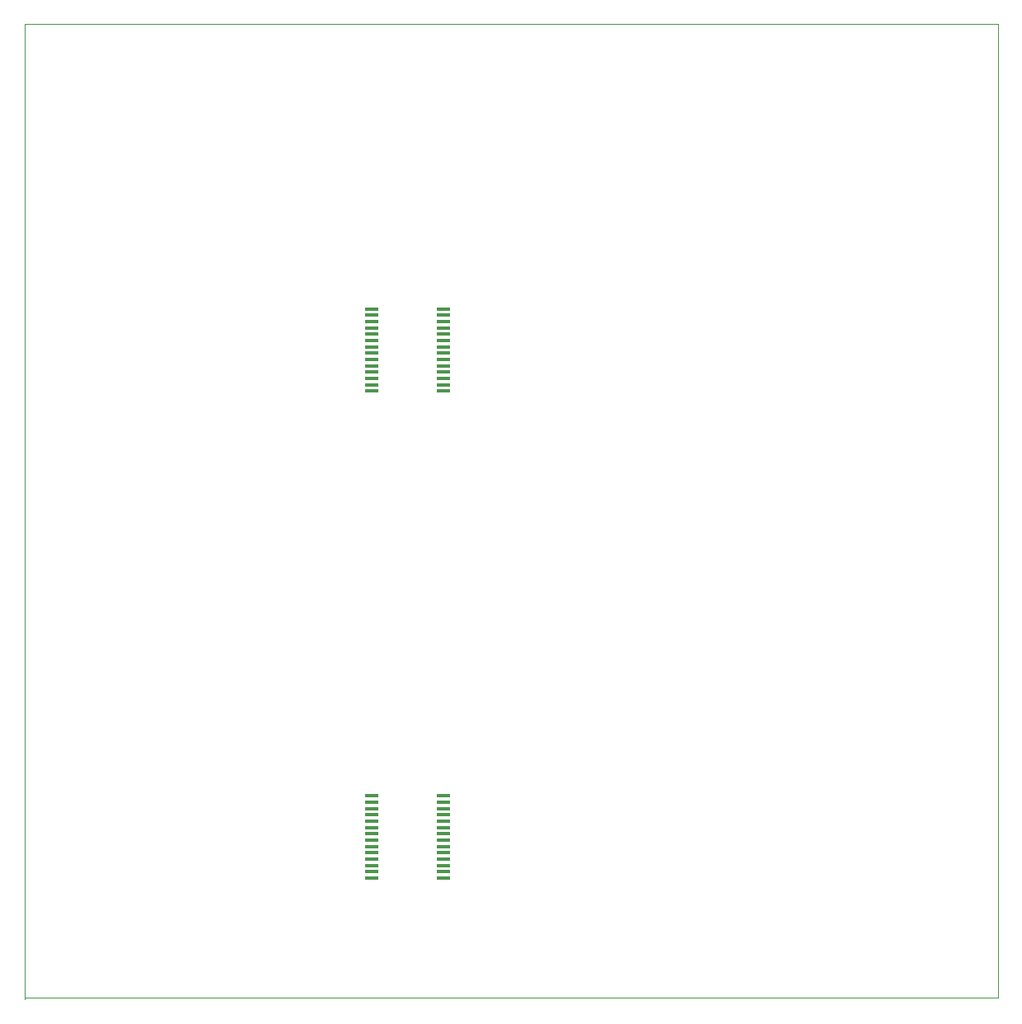
<source format=gbp>
G75*
G70*
%OFA0B0*%
%FSLAX24Y24*%
%IPPOS*%
%LPD*%
%AMOC8*
5,1,8,0,0,1.08239X$1,22.5*
%
%ADD10C,0.0000*%
%ADD11R,0.0550X0.0137*%
D10*
X001050Y001483D02*
X001050Y001561D01*
X001050Y040931D01*
X040420Y040931D01*
X040420Y001561D01*
X001050Y001561D01*
D11*
X015111Y006398D03*
X015111Y006654D03*
X015111Y006910D03*
X015111Y007166D03*
X015111Y007421D03*
X015111Y007677D03*
X015111Y007933D03*
X015111Y008189D03*
X015111Y008445D03*
X015111Y008701D03*
X015111Y008957D03*
X015111Y009213D03*
X015111Y009469D03*
X015111Y009725D03*
X017989Y009725D03*
X017989Y009469D03*
X017989Y009213D03*
X017989Y008957D03*
X017989Y008701D03*
X017989Y008445D03*
X017989Y008189D03*
X017989Y007933D03*
X017989Y007677D03*
X017989Y007421D03*
X017989Y007166D03*
X017989Y006910D03*
X017989Y006654D03*
X017989Y006398D03*
X017989Y026083D03*
X017989Y026339D03*
X017989Y026595D03*
X017989Y026851D03*
X017989Y027107D03*
X017989Y027362D03*
X017989Y027618D03*
X017989Y027874D03*
X017989Y028130D03*
X017989Y028386D03*
X017989Y028642D03*
X017989Y028898D03*
X017989Y029154D03*
X017989Y029410D03*
X015111Y029410D03*
X015111Y029154D03*
X015111Y028898D03*
X015111Y028642D03*
X015111Y028386D03*
X015111Y028130D03*
X015111Y027874D03*
X015111Y027618D03*
X015111Y027362D03*
X015111Y027107D03*
X015111Y026851D03*
X015111Y026595D03*
X015111Y026339D03*
X015111Y026083D03*
M02*

</source>
